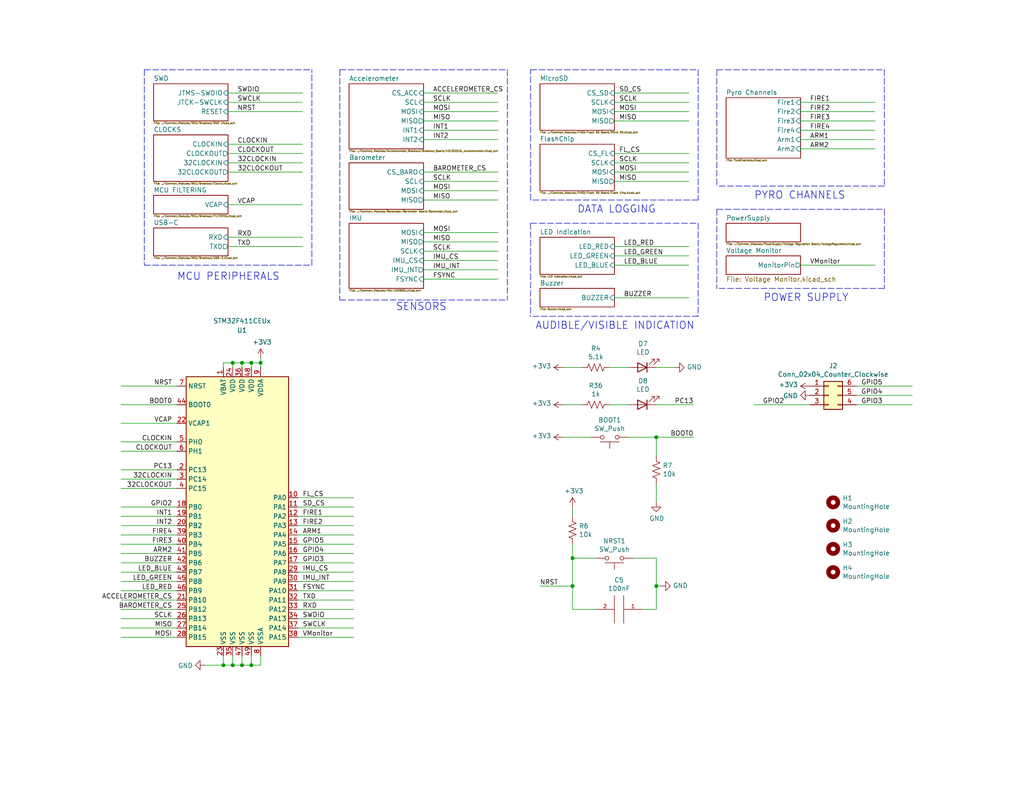
<source format=kicad_sch>
(kicad_sch (version 20211123) (generator eeschema)
  (paper "USLetter")
  (lib_symbols
    (symbol "Connector_Generic:Conn_02x03_Counter_Clockwise" (pin_names (offset 1.016) hide)
      (property "Reference" "J" (at 1.27 5.08 0))
      (property "Value" "Conn_02x03_Counter_Clockwise" (at 1.27 -5.08 0))
      (symbol "Conn_02x03_Counter_Clockwise_1_1"
        (rectangle (start -1.27 -2.413) (end 0 -2.667) (stroke (width 0.1524)))
        (rectangle (start -1.27 0.127) (end 0 -0.127) (stroke (width 0.1524)))
        (rectangle (start -1.27 2.667) (end 0 2.413) (stroke (width 0.1524)))
        (rectangle (start -1.27 3.81) (end 3.81 -3.81) (stroke (width 0.254)) (fill (type background)))
        (rectangle (start 3.81 -2.413) (end 2.54 -2.667) (stroke (width 0.1524)))
        (rectangle (start 3.81 0.127) (end 2.54 -0.127) (stroke (width 0.1524)))
        (rectangle (start 3.81 2.667) (end 2.54 2.413) (stroke (width 0.1524)))
        (pin passive line (at -5.08 2.54 0) (length 3.81) (name "Pin_1") (number "1"))
        (pin passive line (at -5.08 0 0) (length 3.81) (name "Pin_2") (number "2"))
        (pin passive line (at -5.08 -2.54 0) (length 3.81) (name "Pin_3") (number "3"))
        (pin passive line (at 7.62 -2.54 180) (length 3.81) (name "Pin_4") (number "4"))
        (pin passive line (at 7.62 0 180) (length 3.81) (name "Pin_5") (number "5"))
        (pin passive line (at 7.62 2.54 180) (length 3.81) (name "Pin_6") (number "6"))
      )
    )
    (symbol "Device:LED" (pin_numbers hide) (pin_names (offset 1.016) hide)
      (property "Reference" "D" (at 0 2.54 0))
      (property "Value" "LED" (at 0 -2.54 0))
      (symbol "LED_0_1"
        (polyline (pts (xy -1.27 -1.27) (xy -1.27 1.27)) (stroke (width 0.254)))
        (polyline (pts (xy -1.27 0) (xy 1.27 0)))
        (polyline (pts (xy 1.27 -1.27) (xy 1.27 1.27) (xy -1.27 0) (xy 1.27 -1.27)) (stroke (width 0.254)))
        (polyline (pts (xy -3.048 -0.762) (xy -4.572 -2.286) (xy -3.81 -2.286) (xy -4.572 -2.286) (xy -4.572 -1.524)))
        (polyline (pts (xy -1.778 -0.762) (xy -3.302 -2.286) (xy -2.54 -2.286) (xy -3.302 -2.286) (xy -3.302 -1.524)))
      )
      (symbol "LED_1_1"
        (pin passive line (at -3.81 0 0) (length 2.54) (name "K") (number "1"))
        (pin passive line (at 3.81 0 180) (length 2.54) (name "A") (number "2"))
      )
    )
    (symbol "Device:R_US" (pin_numbers hide) (pin_names (offset 0))
      (property "Reference" "R" (at 2.54 0 90))
      (property "Value" "R_US" (at -2.54 0 90))
      (symbol "R_US_0_1"
        (polyline (pts (xy 0 -2.286) (xy 0 -2.54)))
        (polyline (pts (xy 0 2.286) (xy 0 2.54)))
        (polyline (pts (xy 0 -0.762) (xy 1.016 -1.143) (xy 0 -1.524) (xy -1.016 -1.905) (xy 0 -2.286)))
        (polyline (pts (xy 0 0.762) (xy 1.016 0.381) (xy 0 0) (xy -1.016 -0.381) (xy 0 -0.762)))
        (polyline (pts (xy 0 2.286) (xy 1.016 1.905) (xy 0 1.524) (xy -1.016 1.143) (xy 0 0.762)))
      )
      (symbol "R_US_1_1"
        (pin passive line (at 0 3.81 270) (length 1.27) (name "~") (number "1"))
        (pin passive line (at 0 -3.81 90) (length 1.27) (name "~") (number "2"))
      )
    )
    (symbol "MCU_ST_STM32F4:STM32F411CEUx"
      (property "Reference" "U" (at -15.24 36.83 0))
      (property "Value" "STM32F411CEUx" (at 7.62 36.83 0))
      (symbol "STM32F411CEUx_0_1"
        (rectangle (start -15.24 -38.1) (end 12.7 35.56) (stroke (width 0.254)) (fill (type background)))
      )
      (symbol "STM32F411CEUx_1_1"
        (pin power_in line (at -5.08 38.1 270) (length 2.54) (name "VBAT") (number "1"))
        (pin bidirectional line (at 15.24 2.54 180) (length 2.54) (name "PA0") (number "10"))
        (pin bidirectional line (at 15.24 0 180) (length 2.54) (name "PA1") (number "11"))
        (pin bidirectional line (at 15.24 -2.54 180) (length 2.54) (name "PA2") (number "12"))
        (pin bidirectional line (at 15.24 -5.08 180) (length 2.54) (name "PA3") (number "13"))
        (pin bidirectional line (at 15.24 -7.62 180) (length 2.54) (name "PA4") (number "14"))
        (pin bidirectional line (at 15.24 -10.16 180) (length 2.54) (name "PA5") (number "15"))
        (pin bidirectional line (at 15.24 -12.7 180) (length 2.54) (name "PA6") (number "16"))
        (pin bidirectional line (at 15.24 -15.24 180) (length 2.54) (name "PA7") (number "17"))
        (pin bidirectional line (at -17.78 0 0) (length 2.54) (name "PB0") (number "18"))
        (pin bidirectional line (at -17.78 -2.54 0) (length 2.54) (name "PB1") (number "19"))
        (pin bidirectional line (at -17.78 10.16 0) (length 2.54) (name "PC13") (number "2"))
        (pin bidirectional line (at -17.78 -5.08 0) (length 2.54) (name "PB2") (number "20"))
        (pin bidirectional line (at -17.78 -25.4 0) (length 2.54) (name "PB10") (number "21"))
        (pin power_in line (at -17.78 22.86 0) (length 2.54) (name "VCAP1") (number "22"))
        (pin power_in line (at -5.08 -40.64 90) (length 2.54) (name "VSS") (number "23"))
        (pin power_in line (at -2.54 38.1 270) (length 2.54) (name "VDD") (number "24"))
        (pin bidirectional line (at -17.78 -27.94 0) (length 2.54) (name "PB12") (number "25"))
        (pin bidirectional line (at -17.78 -30.48 0) (length 2.54) (name "PB13") (number "26"))
        (pin bidirectional line (at -17.78 -33.02 0) (length 2.54) (name "PB14") (number "27"))
        (pin bidirectional line (at -17.78 -35.56 0) (length 2.54) (name "PB15") (number "28"))
        (pin bidirectional line (at 15.24 -17.78 180) (length 2.54) (name "PA8") (number "29"))
        (pin bidirectional line (at -17.78 7.62 0) (length 2.54) (name "PC14") (number "3"))
        (pin bidirectional line (at 15.24 -20.32 180) (length 2.54) (name "PA9") (number "30"))
        (pin bidirectional line (at 15.24 -22.86 180) (length 2.54) (name "PA10") (number "31"))
        (pin bidirectional line (at 15.24 -25.4 180) (length 2.54) (name "PA11") (number "32"))
        (pin bidirectional line (at 15.24 -27.94 180) (length 2.54) (name "PA12") (number "33"))
        (pin bidirectional line (at 15.24 -30.48 180) (length 2.54) (name "PA13") (number "34"))
        (pin power_in line (at -2.54 -40.64 90) (length 2.54) (name "VSS") (number "35"))
        (pin power_in line (at 0 38.1 270) (length 2.54) (name "VDD") (number "36"))
        (pin bidirectional line (at 15.24 -33.02 180) (length 2.54) (name "PA14") (number "37"))
        (pin bidirectional line (at 15.24 -35.56 180) (length 2.54) (name "PA15") (number "38"))
        (pin bidirectional line (at -17.78 -7.62 0) (length 2.54) (name "PB3") (number "39"))
        (pin bidirectional line (at -17.78 5.08 0) (length 2.54) (name "PC15") (number "4"))
        (pin bidirectional line (at -17.78 -10.16 0) (length 2.54) (name "PB4") (number "40"))
        (pin bidirectional line (at -17.78 -12.7 0) (length 2.54) (name "PB5") (number "41"))
        (pin bidirectional line (at -17.78 -15.24 0) (length 2.54) (name "PB6") (number "42"))
        (pin bidirectional line (at -17.78 -17.78 0) (length 2.54) (name "PB7") (number "43"))
        (pin input line (at -17.78 27.94 0) (length 2.54) (name "BOOT0") (number "44"))
        (pin bidirectional line (at -17.78 -20.32 0) (length 2.54) (name "PB8") (number "45"))
        (pin bidirectional line (at -17.78 -22.86 0) (length 2.54) (name "PB9") (number "46"))
        (pin power_in line (at 0 -40.64 90) (length 2.54) (name "VSS") (number "47"))
        (pin power_in line (at 2.54 38.1 270) (length 2.54) (name "VDD") (number "48"))
        (pin power_in line (at 2.54 -40.64 90) (length 2.54) (name "VSS") (number "49"))
        (pin input line (at -17.78 17.78 0) (length 2.54) (name "PH0") (number "5"))
        (pin input line (at -17.78 15.24 0) (length 2.54) (name "PH1") (number "6"))
        (pin input line (at -17.78 33.02 0) (length 2.54) (name "NRST") (number "7"))
        (pin power_in line (at 5.08 -40.64 90) (length 2.54) (name "VSSA") (number "8"))
        (pin power_in line (at 5.08 38.1 270) (length 2.54) (name "VDDA") (number "9"))
      )
    )
    (symbol "Mechanical:MountingHole" (pin_names (offset 1.016))
      (property "Reference" "H" (at 0 5.08 0))
      (property "Value" "MountingHole" (at 0 3.175 0))
      (symbol "MountingHole_0_1"
        (circle (center 0 0) (radius 1.27) (stroke (width 1.27)))
      )
    )
    (symbol "Switch:SW_Push" (pin_numbers hide) (pin_names (offset 1.016) hide)
      (property "Reference" "SW" (at 1.27 2.54 0))
      (property "Value" "SW_Push" (at 0 -1.524 0))
      (symbol "SW_Push_0_1"
        (circle (center -2.032 0) (radius 0.508))
        (polyline (pts (xy 0 1.27) (xy 0 3.048)))
        (polyline (pts (xy 2.54 1.27) (xy -2.54 1.27)))
        (circle (center 2.032 0) (radius 0.508))
        (pin passive line (at -5.08 0 0) (length 2.54) (name "1") (number "1"))
        (pin passive line (at 5.08 0 180) (length 2.54) (name "2") (number "2"))
      )
    )
    (symbol "power:+3.3V" (power) (pin_names (offset 0))
      (property "Value" "+3.3V" (at 0 3.556 0))
      (symbol "+3.3V_0_1"
        (polyline (pts (xy -0.762 1.27) (xy 0 2.54)))
        (polyline (pts (xy 0 0) (xy 0 2.54)))
        (polyline (pts (xy 0 2.54) (xy 0.762 1.27)))
      )
      (symbol "+3.3V_1_1"
        (pin power_in line (at 0 0 90) (length 0) hide (name "+3V3") (number "1"))
      )
    )
    (symbol "power:+3V3" (power) (pin_names (offset 0))
      (property "Value" "+3V3" (at 0 3.556 0))
      (symbol "+3V3_0_1"
        (polyline (pts (xy -0.762 1.27) (xy 0 2.54)))
        (polyline (pts (xy 0 0) (xy 0 2.54)))
        (polyline (pts (xy 0 2.54) (xy 0.762 1.27)))
      )
      (symbol "+3V3_1_1"
        (pin power_in line (at 0 0 90) (length 0) hide (name "+3V3") (number "1"))
      )
    )
    (symbol "power:GND" (power) (pin_names (offset 0))
      (property "Value" "GND" (at 0 -3.81 0))
      (symbol "GND_0_1"
        (polyline (pts (xy 0 0) (xy 0 -1.27) (xy 1.27 -1.27) (xy 0 -2.54) (xy -1.27 -1.27) (xy 0 -1.27)))
      )
      (symbol "GND_1_1"
        (pin power_in line (at 0 0 270) (length 0) hide (name "GND") (number "1"))
      )
    )
    (symbol "pspice:CAP" (pin_names (offset 0.254))
      (property "Reference" "C" (at 2.54 3.81 90))
      (property "Value" "CAP" (at 2.54 -3.81 90))
      (symbol "CAP_0_1"
        (polyline (pts (xy -3.81 -1.27) (xy 3.81 -1.27)))
        (polyline (pts (xy -3.81 1.27) (xy 3.81 1.27)))
      )
      (symbol "CAP_1_1"
        (pin passive line (at 0 6.35 270) (length 5.08) (name "~") (number "1"))
        (pin passive line (at 0 -6.35 90) (length 5.08) (name "~") (number "2"))
      )
    )
  )
  (junction (at 60.96 181.61))
  (junction (at 68.58 99.06))
  (junction (at 66.04 99.06))
  (junction (at 156.21 152.4))
  (junction (at 179.07 119.38))
  (junction (at 66.04 181.61))
  (junction (at 156.21 160.02))
  (junction (at 68.58 181.61))
  (junction (at 71.12 99.06))
  (junction (at 63.5 99.06))
  (junction (at 63.5 181.61))
  (junction (at 179.07 160.02))
  (wire (pts (xy 33.02 161.29) (xy 48.26 161.29)))
  (wire (pts (xy 187.96 27.94) (xy 167.64 27.94)))
  (wire (pts (xy 135.89 73.66) (xy 115.57 73.66)))
  (wire (pts (xy 184.15 100.33) (xy 179.07 100.33)))
  (wire (pts (xy 62.23 55.88) (xy 82.55 55.88)))
  (wire (pts (xy 48.26 173.99) (xy 33.02 173.99)))
  (wire (pts (xy 218.44 35.56) (xy 238.76 35.56)))
  (wire (pts (xy 63.5 181.61) (xy 63.5 179.07)))
  (polyline (pts (xy 144.78 54.61) (xy 144.78 19.05)))
  (wire (pts (xy 60.96 181.61) (xy 60.96 179.07)))
  (wire (pts (xy 135.89 27.94) (xy 115.57 27.94)))
  (polyline (pts (xy 190.5 60.96) (xy 190.5 86.36)))
  (wire (pts (xy 179.07 160.02) (xy 179.07 166.37)))
  (wire (pts (xy 172.72 152.4) (xy 179.07 152.4)))
  (wire (pts (xy 171.45 119.38) (xy 179.07 119.38)))
  (wire (pts (xy 33.02 146.05) (xy 48.26 146.05)))
  (wire (pts (xy 187.96 25.4) (xy 167.64 25.4)))
  (wire (pts (xy 71.12 99.06) (xy 71.12 97.79)))
  (wire (pts (xy 96.52 158.75) (xy 81.28 158.75)))
  (wire (pts (xy 96.52 135.89) (xy 81.28 135.89)))
  (wire (pts (xy 81.28 146.05) (xy 96.52 146.05)))
  (wire (pts (xy 161.29 119.38) (xy 153.67 119.38)))
  (wire (pts (xy 68.58 181.61) (xy 71.12 181.61)))
  (wire (pts (xy 156.21 166.37) (xy 162.56 166.37)))
  (wire (pts (xy 48.26 115.57) (xy 33.02 115.57)))
  (polyline (pts (xy 195.58 57.15) (xy 241.3 57.15)))
  (wire (pts (xy 135.89 30.48) (xy 115.57 30.48)))
  (wire (pts (xy 153.67 110.49) (xy 158.75 110.49)))
  (wire (pts (xy 33.02 153.67) (xy 48.26 153.67)))
  (polyline (pts (xy 92.71 81.915) (xy 138.43 81.915)))
  (polyline (pts (xy 195.58 19.05) (xy 241.3 19.05)))
  (wire (pts (xy 166.37 110.49) (xy 171.45 110.49)))
  (wire (pts (xy 135.89 25.4) (xy 115.57 25.4)))
  (polyline (pts (xy 195.58 57.15) (xy 195.58 78.74)))
  (wire (pts (xy 68.58 181.61) (xy 66.04 181.61)))
  (wire (pts (xy 115.57 35.56) (xy 135.89 35.56)))
  (wire (pts (xy 115.57 46.99) (xy 135.89 46.99)))
  (polyline (pts (xy 39.37 72.39) (xy 85.09 72.39)))
  (wire (pts (xy 48.26 163.83) (xy 33.02 163.83)))
  (wire (pts (xy 33.02 156.21) (xy 48.26 156.21)))
  (wire (pts (xy 156.21 152.4) (xy 156.21 160.02)))
  (wire (pts (xy 156.21 160.02) (xy 156.21 166.37)))
  (wire (pts (xy 179.07 119.38) (xy 179.07 124.46)))
  (wire (pts (xy 66.04 99.06) (xy 66.04 100.33)))
  (wire (pts (xy 179.07 132.08) (xy 179.07 137.16)))
  (polyline (pts (xy 190.5 19.05) (xy 190.5 54.61)))
  (polyline (pts (xy 241.3 78.74) (xy 195.58 78.74)))
  (polyline (pts (xy 241.3 50.8) (xy 195.58 50.8)))
  (wire (pts (xy 48.26 110.49) (xy 33.02 110.49)))
  (wire (pts (xy 180.34 160.02) (xy 179.07 160.02)))
  (wire (pts (xy 48.26 128.27) (xy 33.02 128.27)))
  (polyline (pts (xy 85.09 72.39) (xy 85.09 19.05)))
  (wire (pts (xy 187.96 49.53) (xy 167.64 49.53)))
  (wire (pts (xy 60.96 181.61) (xy 55.88 181.61)))
  (wire (pts (xy 162.56 152.4) (xy 156.21 152.4)))
  (wire (pts (xy 66.04 99.06) (xy 68.58 99.06)))
  (wire (pts (xy 115.57 38.1) (xy 135.89 38.1)))
  (wire (pts (xy 218.44 72.39) (xy 238.76 72.39)))
  (wire (pts (xy 96.52 173.99) (xy 81.28 173.99)))
  (wire (pts (xy 233.68 105.41) (xy 248.92 105.41)))
  (wire (pts (xy 96.52 163.83) (xy 81.28 163.83)))
  (polyline (pts (xy 190.5 86.36) (xy 144.78 86.36)))
  (wire (pts (xy 218.44 40.64) (xy 238.76 40.64)))
  (wire (pts (xy 167.64 46.99) (xy 187.96 46.99)))
  (wire (pts (xy 167.64 30.48) (xy 187.96 30.48)))
  (wire (pts (xy 167.64 72.39) (xy 187.96 72.39)))
  (wire (pts (xy 81.28 140.97) (xy 96.52 140.97)))
  (wire (pts (xy 71.12 181.61) (xy 71.12 179.07)))
  (polyline (pts (xy 144.78 60.96) (xy 190.5 60.96)))
  (wire (pts (xy 218.44 27.94) (xy 238.76 27.94)))
  (wire (pts (xy 167.64 69.85) (xy 187.96 69.85)))
  (polyline (pts (xy 144.78 19.05) (xy 190.5 19.05)))
  (wire (pts (xy 81.28 151.13) (xy 96.52 151.13)))
  (wire (pts (xy 135.89 76.2) (xy 115.57 76.2)))
  (wire (pts (xy 96.52 148.59) (xy 81.28 148.59)))
  (wire (pts (xy 96.52 171.45) (xy 81.28 171.45)))
  (polyline (pts (xy 138.43 19.05) (xy 138.43 81.915)))
  (wire (pts (xy 156.21 138.43) (xy 156.21 140.97)))
  (wire (pts (xy 179.07 152.4) (xy 179.07 160.02)))
  (wire (pts (xy 96.52 168.91) (xy 81.28 168.91)))
  (wire (pts (xy 218.44 30.48) (xy 238.76 30.48)))
  (wire (pts (xy 71.12 100.33) (xy 71.12 99.06)))
  (wire (pts (xy 68.58 181.61) (xy 68.58 179.07)))
  (polyline (pts (xy 144.78 60.96) (xy 144.78 86.36)))
  (wire (pts (xy 179.07 110.49) (xy 189.23 110.49)))
  (wire (pts (xy 81.28 143.51) (xy 96.52 143.51)))
  (wire (pts (xy 66.04 181.61) (xy 63.5 181.61)))
  (wire (pts (xy 60.96 100.33) (xy 60.96 99.06)))
  (wire (pts (xy 81.28 138.43) (xy 96.52 138.43)))
  (wire (pts (xy 135.89 66.04) (xy 115.57 66.04)))
  (wire (pts (xy 81.28 153.67) (xy 96.52 153.67)))
  (wire (pts (xy 33.02 143.51) (xy 48.26 143.51)))
  (wire (pts (xy 63.5 99.06) (xy 66.04 99.06)))
  (wire (pts (xy 48.26 148.59) (xy 33.02 148.59)))
  (wire (pts (xy 63.5 100.33) (xy 63.5 99.06)))
  (wire (pts (xy 135.89 33.02) (xy 115.57 33.02)))
  (wire (pts (xy 62.23 67.31) (xy 82.55 67.31)))
  (wire (pts (xy 63.5 181.61) (xy 60.96 181.61)))
  (wire (pts (xy 68.58 99.06) (xy 68.58 100.33)))
  (wire (pts (xy 179.07 166.37) (xy 175.26 166.37)))
  (wire (pts (xy 135.89 49.53) (xy 115.57 49.53)))
  (wire (pts (xy 156.21 152.4) (xy 156.21 148.59)))
  (wire (pts (xy 248.92 107.95) (xy 233.68 107.95)))
  (wire (pts (xy 187.96 44.45) (xy 167.64 44.45)))
  (wire (pts (xy 147.32 160.02) (xy 156.21 160.02)))
  (wire (pts (xy 48.26 130.81) (xy 33.02 130.81)))
  (wire (pts (xy 48.26 120.65) (xy 33.02 120.65)))
  (wire (pts (xy 48.26 151.13) (xy 33.02 151.13)))
  (polyline (pts (xy 39.37 19.05) (xy 39.37 72.39)))
  (wire (pts (xy 167.64 67.31) (xy 187.96 67.31)))
  (wire (pts (xy 62.23 44.45) (xy 82.55 44.45)))
  (polyline (pts (xy 190.5 54.61) (xy 144.78 54.61)))
  (wire (pts (xy 135.89 52.07) (xy 115.57 52.07)))
  (wire (pts (xy 153.67 100.33) (xy 158.75 100.33)))
  (wire (pts (xy 62.23 30.48) (xy 82.55 30.48)))
  (wire (pts (xy 68.58 99.06) (xy 71.12 99.06)))
  (wire (pts (xy 187.96 41.91) (xy 167.64 41.91)))
  (wire (pts (xy 96.52 166.37) (xy 81.28 166.37)))
  (wire (pts (xy 66.04 181.61) (xy 66.04 179.07)))
  (wire (pts (xy 48.26 168.91) (xy 33.02 168.91)))
  (wire (pts (xy 135.89 71.12) (xy 115.57 71.12)))
  (polyline (pts (xy 92.71 19.05) (xy 138.43 19.05)))
  (polyline (pts (xy 92.71 19.05) (xy 92.71 81.915)))
  (wire (pts (xy 187.96 33.02) (xy 167.64 33.02)))
  (wire (pts (xy 167.64 81.28) (xy 187.96 81.28)))
  (wire (pts (xy 218.44 33.02) (xy 238.76 33.02)))
  (wire (pts (xy 48.26 133.35) (xy 33.02 133.35)))
  (wire (pts (xy 62.23 46.99) (xy 82.55 46.99)))
  (wire (pts (xy 48.26 105.41) (xy 33.02 105.41)))
  (polyline (pts (xy 241.3 19.05) (xy 241.3 50.8)))
  (wire (pts (xy 62.23 39.37) (xy 82.55 39.37)))
  (wire (pts (xy 218.44 38.1) (xy 238.76 38.1)))
  (polyline (pts (xy 195.58 19.05) (xy 195.58 50.8)))
  (polyline (pts (xy 241.3 57.15) (xy 241.3 78.74)))
  (wire (pts (xy 166.37 100.33) (xy 171.45 100.33)))
  (wire (pts (xy 63.5 99.06) (xy 60.96 99.06)))
  (wire (pts (xy 220.98 110.49) (xy 205.74 110.49)))
  (wire (pts (xy 179.07 119.38) (xy 189.23 119.38)))
  (wire (pts (xy 33.02 158.75) (xy 48.26 158.75)))
  (wire (pts (xy 135.89 54.61) (xy 115.57 54.61)))
  (wire (pts (xy 48.26 123.19) (xy 33.02 123.19)))
  (wire (pts (xy 96.52 156.21) (xy 81.28 156.21)))
  (wire (pts (xy 48.26 166.37) (xy 33.02 166.37)))
  (polyline (pts (xy 39.37 19.05) (xy 85.09 19.05)))
  (wire (pts (xy 62.23 64.77) (xy 82.55 64.77)))
  (wire (pts (xy 62.23 41.91) (xy 82.55 41.91)))
  (wire (pts (xy 48.26 140.97) (xy 33.02 140.97)))
  (wire (pts (xy 115.57 63.5) (xy 135.89 63.5)))
  (wire (pts (xy 62.23 25.4) (xy 82.55 25.4)))
  (wire (pts (xy 135.89 68.58) (xy 115.57 68.58)))
  (wire (pts (xy 48.26 138.43) (xy 33.02 138.43)))
  (wire (pts (xy 248.92 110.49) (xy 233.68 110.49)))
  (wire (pts (xy 96.52 161.29) (xy 81.28 161.29)))
  (wire (pts (xy 62.23 27.94) (xy 82.55 27.94)))
  (wire (pts (xy 48.26 171.45) (xy 33.02 171.45)))
  (text "POWER SUPPLY\n" (at 208.28 82.55 0) (effects (font (size 2.0066 2.0066)) (justify left bottom)))
  (text "MCU PERIPHERALS\n\n" (at 48.26 80.01 0) (effects (font (size 2.0066 2.0066)) (justify left bottom)))
  (text "SENSORS\n\n" (at 121.92 88.265 180) (effects (font (size 2.0066 2.0066)) (justify right bottom)))
  (text "DATA LOGGING\n" (at 157.48 58.42 0) (effects (font (size 2.0066 2.0066)) (justify left bottom)))
  (text "PYRO CHANNELS" (at 205.74 54.61 0) (effects (font (size 2.0066 2.0066)) (justify left bottom)))
  (text "AUDIBLE/VISIBLE INDICATION\n" (at 146.05 90.17 0) (effects (font (size 2.0066 2.0066)) (justify left bottom)))
  (label "ARM2" (at 46.99 151.13 180))
  (label "LED_RED" (at 170.18 67.31 0))
  (label "ACCELEROMETER_CS" (at 46.99 163.83 180))
  (label "INT1" (at 46.99 140.97 180))
  (label "IMU_INT" (at 82.55 158.75 0))
  (label "LED_BLUE" (at 170.18 72.39 0))
  (label "MISO" (at 46.99 171.45 180))
  (label "ARM1" (at 220.98 38.1 0))
  (label "VMonitor" (at 220.98 72.39 0))
  (label "MOSI" (at 46.99 173.99 180))
  (label "GPIO3" (at 82.55 153.67 0))
  (label "GPIO3" (at 234.95 110.49 0))
  (label "32CLOCKIN" (at 64.77 44.45 0))
  (label "SCLK" (at 168.91 27.94 0))
  (label "RXD" (at 64.77 64.77 0))
  (label "GPIO5" (at 82.55 148.59 0))
  (label "SWCLK" (at 82.55 171.45 0))
  (label "LED_RED" (at 46.99 161.29 180))
  (label "IMU_CS" (at 82.55 156.21 0))
  (label "FIRE3" (at 46.99 148.59 180))
  (label "PC13" (at 46.99 128.27 180))
  (label "SCLK" (at 118.11 27.94 0))
  (label "MOSI" (at 168.91 46.99 0))
  (label "MISO" (at 168.91 49.53 0))
  (label "GPIO2" (at 46.99 138.43 180))
  (label "SCLK" (at 118.11 49.53 0))
  (label "32CLOCKIN" (at 46.99 130.81 180))
  (label "NRST" (at 147.32 160.02 0))
  (label "MOSI" (at 118.11 30.48 0))
  (label "INT1" (at 118.11 35.56 0))
  (label "NRST" (at 64.77 30.48 0))
  (label "32CLOCKOUT" (at 46.99 133.35 180))
  (label "TXD" (at 82.55 163.83 0))
  (label "BUZZER" (at 46.99 153.67 180))
  (label "NRST" (at 46.99 105.41 180))
  (label "FIRE2" (at 220.98 30.48 0))
  (label "LED_GREEN" (at 46.99 158.75 180))
  (label "32CLOCKOUT" (at 64.77 46.99 0))
  (label "BOOT0" (at 189.23 119.38 180))
  (label "GPIO4" (at 82.55 151.13 0))
  (label "FIRE2" (at 82.55 143.51 0))
  (label "FIRE4" (at 220.98 35.56 0))
  (label "MOSI" (at 168.91 30.48 0))
  (label "CLOCKOUT" (at 64.77 41.91 0))
  (label "VCAP" (at 46.99 115.57 180))
  (label "CLOCKIN" (at 46.99 120.65 180))
  (label "ARM1" (at 82.55 146.05 0))
  (label "SCLK" (at 168.91 44.45 0))
  (label "FIRE4" (at 46.99 146.05 180))
  (label "SD_CS" (at 82.55 138.43 0))
  (label "GPIO4" (at 234.95 107.95 0))
  (label "GPIO5" (at 234.95 105.41 0))
  (label "ACCELEROMETER_CS" (at 118.11 25.4 0))
  (label "SWDIO" (at 82.55 168.91 0))
  (label "BAROMETER_CS" (at 118.11 46.99 0))
  (label "FL_CS" (at 168.91 41.91 0))
  (label "SWDIO" (at 64.77 25.4 0))
  (label "VCAP" (at 64.77 55.88 0))
  (label "SWCLK" (at 64.77 27.94 0))
  (label "IMU_INT" (at 118.11 73.66 0))
  (label "FIRE1" (at 220.98 27.94 0))
  (label "GPIO2" (at 213.995 110.49 180))
  (label "CLOCKIN" (at 64.77 39.37 0))
  (label "FSYNC" (at 82.55 161.29 0))
  (label "CLOCKOUT" (at 46.99 123.19 180))
  (label "BUZZER" (at 170.18 81.28 0))
  (label "MISO" (at 118.11 54.61 0))
  (label "MISO" (at 168.91 33.02 0))
  (label "FIRE3" (at 220.98 33.02 0))
  (label "LED_BLUE" (at 46.99 156.21 180))
  (label "INT2" (at 46.99 143.51 180))
  (label "MOSI" (at 118.11 63.5 0))
  (label "BAROMETER_CS" (at 46.99 166.37 180))
  (label "FIRE1" (at 82.55 140.97 0))
  (label "SCLK" (at 118.11 68.58 0))
  (label "BOOT0" (at 46.99 110.49 180))
  (label "INT2" (at 118.11 38.1 0))
  (label "MISO" (at 118.11 66.04 0))
  (label "IMU_CS" (at 118.11 71.12 0))
  (label "SCLK" (at 46.99 168.91 180))
  (label "FL_CS" (at 82.55 135.89 0))
  (label "SD_CS" (at 168.91 25.4 0))
  (label "RXD" (at 82.55 166.37 0))
  (label "MISO" (at 118.11 33.02 0))
  (label "TXD" (at 64.77 67.31 0))
  (label "LED_GREEN" (at 170.18 69.85 0))
  (label "VMonitor" (at 82.55 173.99 0))
  (label "ARM2" (at 220.98 40.64 0))
  (label "MOSI" (at 118.11 52.07 0))
  (label "PC13" (at 189.23 110.49 180))
  (label "FSYNC" (at 118.11 76.2 0))
  (symbol (lib_id "Mechanical:MountingHole") (at 227.33 137.16 0) (unit 1)
    (property "Reference" "H1" (at 229.87 135.9916 0) (effects (justify left)))
    (property "Value" "MountingHole" (at 229.87 138.303 0) (effects (justify left)))
    (property "Footprint" "MountingHole:MountingHole_3mm" (effects hide))
  )
  (symbol (lib_id "Mechanical:MountingHole") (at 227.33 143.51 0) (unit 1)
    (property "Reference" "H2" (at 229.87 142.3416 0) (effects (justify left)))
    (property "Value" "MountingHole" (at 229.87 144.653 0) (effects (justify left)))
    (property "Footprint" "MountingHole:MountingHole_3mm" (effects hide))
  )
  (symbol (lib_id "Mechanical:MountingHole") (at 227.33 149.86 0) (unit 1)
    (property "Reference" "H3" (at 229.87 148.6916 0) (effects (justify left)))
    (property "Value" "MountingHole" (at 229.87 151.003 0) (effects (justify left)))
    (property "Footprint" "MountingHole:MountingHole_3mm" (effects hide))
  )
  (symbol (lib_id "Mechanical:MountingHole") (at 227.33 156.21 0) (unit 1)
    (property "Reference" "H4" (at 229.87 155.0416 0) (effects (justify left)))
    (property "Value" "MountingHole" (at 229.87 157.353 0) (effects (justify left)))
    (property "Footprint" "MountingHole:MountingHole_3mm" (effects hide))
  )
  (symbol (lib_id "power:GND") (at 55.88 181.61 270) (unit 1)
    (property "Reference" "#PWR0122" (effects hide))
    (property "Value" "GND" (at 52.6288 181.737 90) (effects (justify right)))
  )
  (symbol (lib_id "MCU_ST_STM32F4:STM32F411CEUx") (at 66.04 138.43 0) (unit 1)
    (property "Reference" "U1" (at 66.04 90.17 0))
    (property "Value" "STM32F411CEUx" (at 66.04 87.63 0))
    (property "Footprint" "Package_DFN_QFN:QFN-48-1EP_7x7mm_P0.5mm_EP5.6x5.6mm" (effects hide))
    (property "Datasheet" "http://www.st.com/st-web-ui/static/active/en/resource/technical/document/datasheet/DM00115249.pdf" (effects hide))
  )
  (symbol (lib_id "power:+3.3V") (at 71.12 97.79 0) (unit 1)
    (property "Reference" "#PWR0119" (effects hide))
    (property "Value" "+3.3V" (at 71.501 93.3958 0))
  )
  (symbol (lib_id "Connector_Generic:Conn_02x03_Counter_Clockwise") (at 226.06 107.95 0) (unit 1)
    (property "Reference" "J2" (at 227.33 99.8982 0))
    (property "Value" "Conn_02x04_Counter_Clockwise" (at 227.33 102.2096 0))
    (property "Footprint" "Connector_PinSocket_2.54mm:PinSocket_2x03_P2.54mm_Vertical" (effects hide))
  )
  (symbol (lib_id "power:+3.3V") (at 220.98 105.41 90) (unit 1)
    (property "Reference" "#PWR0161" (effects hide))
    (property "Value" "+3.3V" (at 217.7288 105.029 90) (effects (justify left)))
  )
  (symbol (lib_id "power:GND") (at 220.98 107.95 270) (unit 1)
    (property "Reference" "#PWR0162" (effects hide))
    (property "Value" "GND" (at 217.7288 108.077 90) (effects (justify right)))
  )
  (symbol (lib_id "Device:R_US") (at 162.56 100.33 270) (unit 1)
    (property "Reference" "R4" (at 162.56 95.123 90))
    (property "Value" "5.1k" (at 162.56 97.4344 90))
    (property "Footprint" "Resistor_SMD:R_0603_1608Metric" (effects hide))
  )
  (symbol (lib_id "power:GND") (at 184.15 100.33 90) (unit 1)
    (property "Reference" "#PWR0120" (effects hide))
    (property "Value" "GND" (at 187.4012 100.203 90) (effects (justify right)))
  )
  (symbol (lib_id "power:+3.3V") (at 153.67 100.33 90) (unit 1)
    (property "Reference" "#PWR0123" (effects hide))
    (property "Value" "+3.3V" (at 150.4188 99.949 90) (effects (justify left)))
  )
  (symbol (lib_id "Device:LED") (at 175.26 100.33 180) (unit 1)
    (property "Reference" "D7" (at 175.4378 93.853 0))
    (property "Value" "LED" (at 175.4378 96.1644 0))
    (property "Footprint" "LED_SMD:LED_0402_1005Metric" (effects hide))
  )
  (symbol (lib_id "Device:R_US") (at 162.56 110.49 270) (unit 1)
    (property "Reference" "R36" (at 162.56 105.283 90))
    (property "Value" "1k" (at 162.56 107.5944 90))
    (property "Footprint" "Resistor_SMD:R_0603_1608Metric" (effects hide))
  )
  (symbol (lib_id "power:+3.3V") (at 153.67 110.49 90) (unit 1)
    (property "Reference" "#PWR0124" (effects hide))
    (property "Value" "+3.3V" (at 150.4188 110.109 90) (effects (justify left)))
  )
  (symbol (lib_id "Device:LED") (at 175.26 110.49 180) (unit 1)
    (property "Reference" "D8" (at 175.4378 104.013 0))
    (property "Value" "LED" (at 175.4378 106.3244 0))
    (property "Footprint" "LED_SMD:LED_0402_1005Metric" (effects hide))
  )
  (symbol (lib_id "power:+3.3V") (at 153.67 119.38 90) (unit 1)
    (property "Reference" "#PWR0132" (effects hide))
    (property "Value" "+3.3V" (at 150.4188 118.999 90) (effects (justify left)))
  )
  (symbol (lib_id "Switch:SW_Push") (at 166.37 119.38 180) (unit 1)
    (property "Reference" "BOOT1" (at 166.37 114.681 0))
    (property "Value" "SW_Push" (at 166.37 116.9924 0))
    (property "Footprint" "NOVA MCU (STM):KSR223GLFG" (effects hide))
  )
  (symbol (lib_id "Device:R_US") (at 179.07 128.27 0) (unit 1)
    (property "Reference" "R7" (at 180.7972 127.1016 0) (effects (justify left)))
    (property "Value" "10k" (at 180.7972 129.413 0) (effects (justify left)))
    (property "Footprint" "Resistor_SMD:R_0402_1005Metric" (effects hide))
  )
  (symbol (lib_id "power:GND") (at 179.07 137.16 0) (unit 1)
    (property "Reference" "#PWR0133" (effects hide))
    (property "Value" "GND" (at 179.197 141.5542 0))
  )
  (symbol (lib_id "power:+3V3") (at 156.21 138.43 0) (unit 1)
    (property "Reference" "#PWR0134" (effects hide))
    (property "Value" "+3V3" (at 156.591 134.0358 0))
  )
  (symbol (lib_id "power:GND") (at 180.34 160.02 90) (unit 1)
    (property "Reference" "#PWR0135" (effects hide))
    (property "Value" "GND" (at 183.5912 159.893 90) (effects (justify right)))
  )
  (symbol (lib_id "Switch:SW_Push") (at 167.64 152.4 180) (unit 1)
    (property "Reference" "NRST1" (at 167.64 147.701 0))
    (property "Value" "SW_Push" (at 167.64 150.0124 0))
    (property "Footprint" "NOVA MCU (STM):KSR223GLFG" (effects hide))
  )
  (symbol (lib_id "pspice:CAP") (at 168.91 166.37 270) (unit 1)
    (property "Reference" "C5" (at 168.91 158.369 90))
    (property "Value" "100nF" (at 168.91 160.6804 90))
    (property "Footprint" "Capacitor_SMD:C_0402_1005Metric" (effects hide))
  )
  (symbol (lib_id "Device:R_US") (at 156.21 144.78 0) (unit 1)
    (property "Reference" "R6" (at 157.9372 143.6116 0) (effects (justify left)))
    (property "Value" "10k" (at 157.9372 145.923 0) (effects (justify left)))
    (property "Footprint" "Resistor_SMD:R_0402_1005Metric" (effects hide))
  )
  (sheet (at 41.91 53.34) (size 20.32 5.08)
    (property "Sheet name" "MCU FILTERING" (at 41.91 52.6284 0) (effects (justify left bottom)))
    (property "Sheet file" "../Common_Modules/MCU/Breakout/FILTERING.kicad_sch" (at 41.91 58.6998 0) (effects (font (size 0.508 0.508)) (justify left top)))
    (pin "VCAP" input (at 62.23 55.88 0))
  )
  (sheet (at 41.91 36.83) (size 20.32 12.7)
    (property "Sheet name" "CLOCKS" (at 41.91 36.1184 0) (effects (justify left bottom)))
    (property "Sheet file" "../Common_Modules/MCU/Breakout/Clocks.kicad_sch" (at 41.91 49.8098 0) (effects (font (size 0.508 0.508)) (justify left top)))
    (pin "CLOCKIN" input (at 62.23 39.37 0))
    (pin "CLOCKOUT" output (at 62.23 41.91 0))
    (pin "32CLOCKIN" input (at 62.23 44.45 0))
    (pin "32CLOCKOUT" output (at 62.23 46.99 0))
  )
  (sheet (at 41.91 62.23) (size 20.32 7.62)
    (property "Sheet name" "USB-C" (at 41.91 61.5184 0) (effects (justify left bottom)))
    (property "Sheet file" "../Common_Modules/MCU/Breakout/USB-C.kicad_sch" (at 41.91 70.1298 0) (effects (font (size 0.508 0.508)) (justify left top)))
    (pin "TXD" output (at 62.23 67.31 0))
    (pin "RXD" input (at 62.23 64.77 0))
  )
  (sheet (at 41.91 22.86) (size 20.32 10.16)
    (property "Sheet name" "SWD" (at 41.91 22.1484 0) (effects (justify left bottom)))
    (property "Sheet file" "../Common_Modules/MCU/Breakout/SWD .kicad_sch" (at 41.91 33.2998 0) (effects (font (size 0.508 0.508)) (justify left top)))
    (pin "JTMS-SWDIO" input (at 62.23 25.4 0))
    (pin "JTCK-SWCLK" input (at 62.23 27.94 0))
    (pin "RESET" input (at 62.23 30.48 0))
  )
  (sheet (at 147.32 64.77) (size 20.32 10.16)
    (property "Sheet name" "LED Indication" (at 147.32 64.0584 0) (effects (justify left bottom)))
    (property "Sheet file" "LED Indication.kicad_sch" (at 147.32 75.2098 0) (effects (font (size 0.508 0.508)) (justify left top)))
    (pin "LED_RED" input (at 167.64 67.31 0))
    (pin "LED_BLUE" input (at 167.64 72.39 0))
    (pin "LED_GREEN" input (at 167.64 69.85 0))
  )
  (sheet (at 147.32 78.74) (size 20.32 5.08)
    (property "Sheet name" "Buzzer" (at 147.32 78.0284 0) (effects (justify left bottom)))
    (property "Sheet file" "Buzzer.kicad_sch" (at 147.32 84.0998 0) (effects (font (size 0.508 0.508)) (justify left top)))
    (pin "BUZZER" input (at 167.64 81.28 0))
  )
  (sheet (at 95.25 44.45) (size 20.32 12.7)
    (property "Sheet name" "Barometer" (at 95.25 43.7384 0) (effects (justify left bottom)))
    (property "Sheet file" "../Common_Modules/Barometer/Barometer Board/Barometer.kicad_sch" (at 95.25 57.4298 0) (effects (font (size 0.508 0.508)) (justify left top)))
    (pin "SCL" input (at 115.57 49.53 0))
    (pin "MOSI" input (at 115.57 52.07 0))
    (pin "MISO" output (at 115.57 54.61 0))
    (pin "CS_BARO" input (at 115.57 46.99 0))
  )
  (sheet (at 198.12 60.96) (size 20.32 5.08)
    (property "Sheet name" "PowerSupply" (at 198.12 60.2484 0) (effects (justify left bottom)))
    (property "Sheet file" "../Common_Modules/PowerSupply/Voltage Regulation Board/VoltageRegulators.kicad_sch" (at 198.12 66.3198 0) (effects (font (size 0.508 0.508)) (justify left top)))
  )
  (sheet (at 147.32 22.86) (size 20.32 12.7)
    (property "Sheet name" "MicroSD" (at 147.32 22.1484 0) (effects (justify left bottom)))
    (property "Sheet file" "../Common_Modules/FHSD/Flash SD Board/Micro SD.kicad_sch" (at 147.32 35.8398 0) (effects (font (size 0.508 0.508)) (justify left top)))
    (pin "MISO" output (at 167.64 33.02 0))
    (pin "MOSI" input (at 167.64 30.48 0))
    (pin "SCLK" input (at 167.64 27.94 0))
    (pin "CS_SD" input (at 167.64 25.4 0))
  )
  (sheet (at 147.32 39.37) (size 20.32 12.7)
    (property "Sheet name" "FlashChip" (at 147.32 38.6584 0) (effects (justify left bottom)))
    (property "Sheet file" "../Common_Modules/FHSD/Flash SD Board/Flash Chip.kicad_sch" (at 147.32 52.3498 0) (effects (font (size 0.508 0.508)) (justify left top)))
    (pin "CS_FL" input (at 167.64 41.91 0))
    (pin "MOSI" input (at 167.64 46.99 0))
    (pin "MISO" output (at 167.64 49.53 0))
    (pin "SCLK" input (at 167.64 44.45 0))
  )
  (sheet (at 198.12 26.67) (size 20.32 16.51)
    (property "Sheet name" "Pyro Channels" (at 198.12 25.9584 0) (effects (justify left bottom)))
    (property "Sheet file" "PyroChannels.kicad_sch" (at 198.12 43.4598 0) (effects (font (size 0.508 0.508)) (justify left top)))
    (pin "Fire1" input (at 218.44 27.94 0))
    (pin "Fire2" input (at 218.44 30.48 0))
    (pin "Fire3" input (at 218.44 33.02 0))
    (pin "Fire4" input (at 218.44 35.56 0))
    (pin "Arm1" input (at 218.44 38.1 0))
    (pin "Arm2" input (at 218.44 40.64 0))
  )
  (sheet (at 95.25 22.86) (size 20.32 17.78)
    (property "Sheet name" "Accelerometer" (at 95.25 22.1484 0) (effects (justify left bottom)))
    (property "Sheet file" "../Common_Modules/Accelerometer_Breakout/Breakout_Board/H3LIS331DL_Accelerometer.kicad_sch" (at 95.25 40.9198 0) (effects (font (size 0.508 0.508)) (justify left top)))
    (pin "CS_ACC" input (at 115.57 25.4 0))
    (pin "SCL" input (at 115.57 27.94 0))
    (pin "MISO" output (at 115.57 33.02 0))
    (pin "MOSI" input (at 115.57 30.48 0))
    (pin "INT1" input (at 115.57 35.56 0))
    (pin "INT2" input (at 115.57 38.1 0))
  )
  (sheet (at 198.12 69.85) (size 20.32 5.08)
    (property "Sheet name" "Voltage Monitor" (at 198.12 69.1384 0) (effects (justify left bottom)))
    (property "Sheet file" "Voltage Monitor.kicad_sch" (at 198.12 75.5146 0) (effects (justify left top)))
    (pin "MonitorPin" output (at 218.44 72.39 0))
  )
  (sheet (at 95.25 60.96) (size 20.32 17.78)
    (property "Sheet name" "IMU" (at 95.25 60.2484 0) (effects (justify left bottom)))
    (property "Sheet file" "../Common_Modules/IMU/LSM9DS1.kicad_sch" (at 95.25 79.0198 0) (effects (font (size 0.508 0.508)) (justify left top)))
    (pin "MOSI" input (at 115.57 63.5 0))
    (pin "MISO" output (at 115.57 66.04 0))
    (pin "SCLK" input (at 115.57 68.58 0))
    (pin "IMU_CS" input (at 115.57 71.12 0))
    (pin "IMU_INT" output (at 115.57 73.66 0))
    (pin "FSYNC" input (at 115.57 76.2 0))
  )
)
</source>
